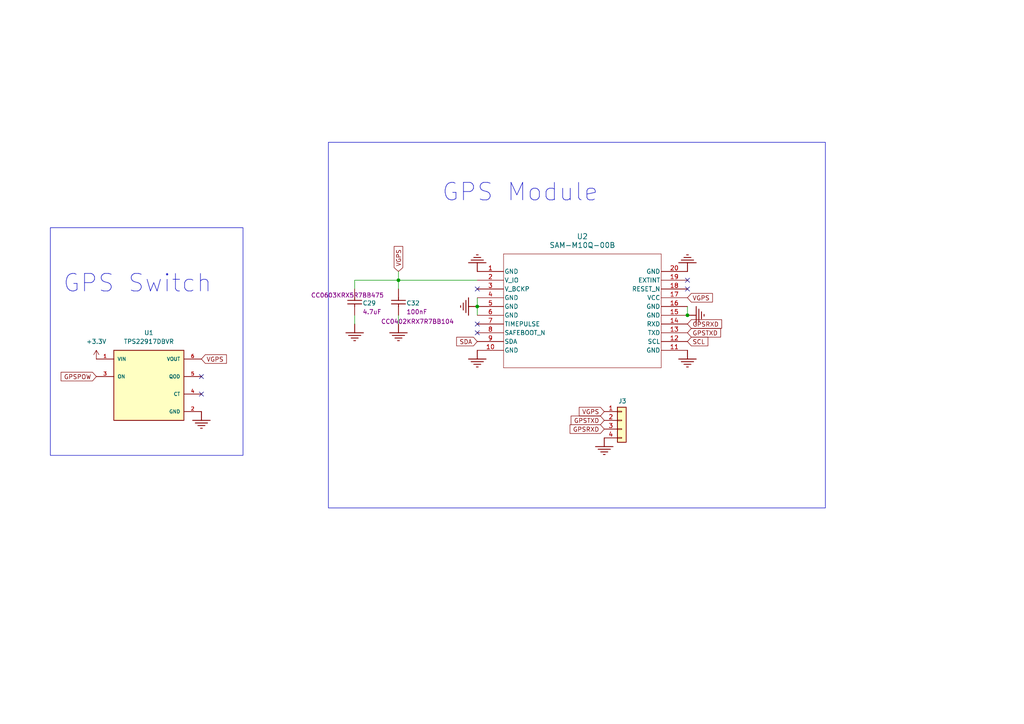
<source format=kicad_sch>
(kicad_sch (version 20231120) (generator "eeschema") (generator_version "8.0")
  (paper "A4")
  (lib_symbols
    (symbol "Connector_Generic:Conn_01x04" (pin_names (offset 1.016) hide)
      (property "Reference" "J" (at 0 5.08 0))
      (property "Value" "Conn_01x04" (at 0 -7.62 0))
      (symbol "Conn_01x04_1_1"
        (rectangle (start -1.27 -4.953) (end 0 -5.207) (stroke (width 0.1524)))
        (rectangle (start -1.27 -2.413) (end 0 -2.667) (stroke (width 0.1524)))
        (rectangle (start -1.27 0.127) (end 0 -0.127) (stroke (width 0.1524)))
        (rectangle (start -1.27 2.667) (end 0 2.413) (stroke (width 0.1524)))
        (rectangle (start -1.27 3.81) (end 1.27 -6.35) (stroke (width 0.254)) (fill (type background)))
        (pin passive line (at -5.08 2.54 0) (length 3.81) (name "Pin_1") (number "1"))
        (pin passive line (at -5.08 0 0) (length 3.81) (name "Pin_2") (number "2"))
        (pin passive line (at -5.08 -2.54 0) (length 3.81) (name "Pin_3") (number "3"))
        (pin passive line (at -5.08 -5.08 0) (length 3.81) (name "Pin_4") (number "4"))
      )
    )
    (symbol "MB1389-altium-import:GND_POWER_GROUND" (power)
      (property "Reference" "#PWR" (at 0 0 0))
      (property "Value" "GND" (at 0 6.35 0))
      (symbol "GND_POWER_GROUND_0_0"
        (polyline (pts (xy -2.54 -2.54) (xy 2.54 -2.54)) (stroke (width 0.254)))
        (polyline (pts (xy -1.778 -3.302) (xy 1.778 -3.302)) (stroke (width 0.254)))
        (polyline (pts (xy -1.016 -4.064) (xy 1.016 -4.064)) (stroke (width 0.254)))
        (polyline (pts (xy -0.254 -4.826) (xy 0.254 -4.826)) (stroke (width 0.254)))
        (polyline (pts (xy 0 0) (xy 0 -2.54)) (stroke (width 0.254)))
        (pin power_in line (at 0 0 0) (length 0) hide (name "GND") (number ""))
      )
    )
    (symbol "MB1389-altium-import:U_STM32_microcontroller_RF_1_Capacitor"
      (symbol "U_STM32_microcontroller_RF_1_Capacitor_1_0"
        (polyline (pts (xy 0.508 1.778) (xy 4.572 1.778)) (stroke (width 0.254)))
        (polyline (pts (xy 2.54 0) (xy 2.54 0.762)) (stroke (width 0.254)))
        (polyline (pts (xy 2.54 2.54) (xy 2.54 1.778)) (stroke (width 0.254)))
        (polyline (pts (xy 4.572 0.762) (xy 0.508 0.762)) (stroke (width 0.254)))
        (pin passive line (at 2.54 -2.54 90) (length 2.54) (name "1") (number "1"))
        (pin passive line (at 2.54 5.08 270) (length 2.54) (name "2") (number "2"))
      )
    )
    (symbol "MB1389-altium-import:U_STM32_microcontroller_RF_3_Capacitor"
      (symbol "U_STM32_microcontroller_RF_3_Capacitor_1_0"
        (polyline (pts (xy -4.572 -0.762) (xy -0.508 -0.762)) (stroke (width 0.254)))
        (polyline (pts (xy -2.54 -2.54) (xy -2.54 -1.778)) (stroke (width 0.254)))
        (polyline (pts (xy -2.54 0) (xy -2.54 -0.762)) (stroke (width 0.254)))
        (polyline (pts (xy -0.508 -1.778) (xy -4.572 -1.778)) (stroke (width 0.254)))
        (pin passive line (at -2.54 2.54 270) (length 2.54) (name "1") (number "1"))
        (pin passive line (at -2.54 -5.08 90) (length 2.54) (name "2") (number "2"))
      )
    )
    (symbol "SAM-M10Q_UBL:SAM-M10Q-00B" (pin_names (offset 0.254))
      (property "Reference" "U" (at 30.48 10.16 0))
      (property "Value" "SAM-M10Q-00B" (at 30.48 7.62 0))
      (symbol "SAM-M10Q-00B_0_1"
        (polyline (pts (xy 7.62 -27.94) (xy 53.34 -27.94)) (stroke (width 0.127)))
        (polyline (pts (xy 7.62 5.08) (xy 7.62 -27.94)) (stroke (width 0.127)))
        (polyline (pts (xy 53.34 -27.94) (xy 53.34 5.08)) (stroke (width 0.127)))
        (polyline (pts (xy 53.34 5.08) (xy 7.62 5.08)) (stroke (width 0.127)))
        (pin power_out line (at 0 0 0) (length 7.62) (name "GND") (number "1"))
        (pin power_out line (at 0 -22.86 0) (length 7.62) (name "GND") (number "10"))
        (pin power_out line (at 60.96 -22.86 180) (length 7.62) (name "GND") (number "11"))
        (pin input line (at 60.96 -20.32 180) (length 7.62) (name "SCL") (number "12"))
        (pin output line (at 60.96 -17.78 180) (length 7.62) (name "TXD") (number "13"))
        (pin input line (at 60.96 -15.24 180) (length 7.62) (name "RXD") (number "14"))
        (pin power_out line (at 60.96 -12.7 180) (length 7.62) (name "GND") (number "15"))
        (pin power_out line (at 60.96 -10.16 180) (length 7.62) (name "GND") (number "16"))
        (pin power_in line (at 60.96 -7.62 180) (length 7.62) (name "VCC") (number "17"))
        (pin input line (at 60.96 -5.08 180) (length 7.62) (name "RESET_N") (number "18"))
        (pin input line (at 60.96 -2.54 180) (length 7.62) (name "EXTINT") (number "19"))
        (pin power_in line (at 0 -2.54 0) (length 7.62) (name "V_IO") (number "2"))
        (pin power_out line (at 60.96 0 180) (length 7.62) (name "GND") (number "20"))
        (pin power_in line (at 0 -5.08 0) (length 7.62) (name "V_BCKP") (number "3"))
        (pin power_out line (at 0 -7.62 0) (length 7.62) (name "GND") (number "4"))
        (pin power_out line (at 0 -10.16 0) (length 7.62) (name "GND") (number "5"))
        (pin power_out line (at 0 -12.7 0) (length 7.62) (name "GND") (number "6"))
        (pin output line (at 0 -15.24 0) (length 7.62) (name "TIMEPULSE") (number "7"))
        (pin input line (at 0 -17.78 0) (length 7.62) (name "SAFEBOOT_N") (number "8"))
        (pin bidirectional line (at 0 -20.32 0) (length 7.62) (name "SDA") (number "9"))
      )
    )
    (symbol "TPS22917DBVR:TPS22917DBVR" (pin_names (offset 1.016))
      (property "Reference" "U" (at -10.16 10.922 0))
      (property "Value" "TPS22917DBVR" (at -10.16 -12.7 0))
      (symbol "TPS22917DBVR_0_0"
        (rectangle (start -10.16 -10.16) (end 10.16 10.16) (stroke (width 0.254)) (fill (type background)))
        (pin input line (at -15.24 7.62 0) (length 5.08) (name "VIN") (number "1"))
        (pin power_in line (at 15.24 -7.62 180) (length 5.08) (name "GND") (number "2"))
        (pin input line (at -15.24 2.54 0) (length 5.08) (name "ON") (number "3"))
        (pin output line (at 15.24 -2.54 180) (length 5.08) (name "CT") (number "4"))
        (pin output line (at 15.24 2.54 180) (length 5.08) (name "QOD") (number "5"))
        (pin output line (at 15.24 7.62 180) (length 5.08) (name "VOUT") (number "6"))
      )
    )
    (symbol "power:+3.3V" (power) (pin_numbers hide) (pin_names (offset 0) hide)
      (property "Value" "+3.3V" (at 0 3.556 0))
      (symbol "+3.3V_0_1"
        (polyline (pts (xy -0.762 1.27) (xy 0 2.54)))
        (polyline (pts (xy 0 0) (xy 0 2.54)))
        (polyline (pts (xy 0 2.54) (xy 0.762 1.27)))
      )
      (symbol "+3.3V_1_1"
        (pin power_in line (at 0 0 90) (length 0) (name "~") (number "1"))
      )
    )
  )
  (junction (at 115.57 81.28))
  (junction (at 138.43 88.9))
  (junction (at 199.39 91.44))
  (no_connect (at 138.43 83.82))
  (no_connect (at 138.43 93.98))
  (no_connect (at 138.43 96.52))
  (no_connect (at 199.39 81.28))
  (no_connect (at 199.39 83.82))
  (no_connect (at 58.42 114.3))
  (no_connect (at 58.42 109.22))
  (wire (pts (xy 102.87 81.28) (xy 115.57 81.28)))
  (wire (pts (xy 199.39 88.9) (xy 199.39 91.44)))
  (wire (pts (xy 115.57 81.28) (xy 138.43 81.28)))
  (wire (pts (xy 115.57 91.44) (xy 115.57 93.98)))
  (wire (pts (xy 115.57 81.28) (xy 115.57 83.82)))
  (wire (pts (xy 138.43 88.9) (xy 138.43 91.44)))
  (wire (pts (xy 115.57 78.74) (xy 115.57 81.28)))
  (wire (pts (xy 102.87 81.28) (xy 102.87 83.82)))
  (wire (pts (xy 138.43 86.36) (xy 138.43 88.9)))
  (wire (pts (xy 102.87 91.44) (xy 102.87 93.98)))
  (rectangle (start 14.605 66.04) (end 70.485 132.08))
  (rectangle (start 95.25 41.275) (end 239.395 147.32))
  (text "GPS Module" (at 150.876 55.88 0) (effects (font (size 5.08 5.08))))
  (text "GPS Switch\n" (at 39.878 82.296 0) (effects (font (size 5.08 5.08))))
  (global_label "GPSTXD" (shape input) (at 175.26 121.92 180) (property "Intersheetrefs" "${INTERSHEET_REFS}" (effects (hide yes))))
  (global_label "SDA" (shape input) (at 138.43 99.06 180) (property "Intersheetrefs" "${INTERSHEET_REFS}" (effects (hide yes))))
  (global_label "SCL" (shape input) (at 199.39 99.06 0) (property "Intersheetrefs" "${INTERSHEET_REFS}" (effects (hide yes))))
  (global_label "GPSRXD" (shape input) (at 175.26 124.46 180) (property "Intersheetrefs" "${INTERSHEET_REFS}" (effects (hide yes))))
  (global_label "VGPS" (shape input) (at 175.26 119.38 180) (property "Intersheetrefs" "${INTERSHEET_REFS}" (effects (hide yes))))
  (global_label "VGPS" (shape input) (at 115.57 78.74 90) (property "Intersheetrefs" "${INTERSHEET_REFS}" (effects (hide yes))))
  (global_label "VGPS" (shape input) (at 58.42 104.14 0) (property "Intersheetrefs" "${INTERSHEET_REFS}" (effects (hide yes))))
  (global_label "GPSPOW" (shape input) (at 27.94 109.22 180) (property "Intersheetrefs" "${INTERSHEET_REFS}" (effects (hide yes))))
  (global_label "VGPS" (shape input) (at 199.39 86.36 0) (property "Intersheetrefs" "${INTERSHEET_REFS}" (effects (hide yes))))
  (global_label "GPSRXD" (shape input) (at 199.39 93.98 0) (property "Intersheetrefs" "${INTERSHEET_REFS}" (effects (hide yes))))
  (global_label "GPSTXD" (shape input) (at 199.39 96.52 0) (property "Intersheetrefs" "${INTERSHEET_REFS}" (effects (hide yes))))
  (symbol (lib_id "MB1389-altium-import:GND_POWER_GROUND") (at 138.43 88.9 270) (unit 1)
    (property "Reference" "#PWR039" (effects (hide yes)))
    (property "Value" "GND" (effects (hide yes)))
  )
  (symbol (lib_id "power:+3.3V") (at 27.94 104.14 0) (unit 1)
    (property "Reference" "#PWR04" (effects (hide yes)))
    (property "Value" "+3.3V" (at 27.94 99.06 0))
    (property "Description" "Power symbol creates a global label with name \"+3.3V\"" (effects (hide yes)))
  )
  (symbol (lib_id "MB1389-altium-import:GND_POWER_GROUND") (at 138.43 78.74 180) (unit 1)
    (property "Reference" "#PWR038" (effects (hide yes)))
    (property "Value" "GND" (effects (hide yes)))
  )
  (symbol (lib_id "MB1389-altium-import:GND_POWER_GROUND") (at 199.39 101.6 0) (unit 1)
    (property "Reference" "#PWR036" (effects (hide yes)))
    (property "Value" "GND" (effects (hide yes)))
  )
  (symbol (lib_id "MB1389-altium-import:U_STM32_microcontroller_RF_3_Capacitor") (at 118.11 86.36 0) (unit 1)
    (property "Reference" "C32" (at 117.856 88.646 0) (effects (justify left bottom)))
    (property "Footprint" "parts:C0402" (effects (hide yes)))
    (property "Description" "Capacitor, MLCC, 100nF, 16V, X7R, 10%, 0402, T=0,5mm" (effects (hide yes)))
    (property "INTERNAL_PART_NUMBER" "MCD-00102" (effects (hide yes)))
    (property "ALTIUM_VALUE" "100nF" (at 117.856 91.186 0) (effects (justify left bottom)))
    (property "STATUS" "Released" (effects (hide yes)))
    (property "MANUFACTURER_PART_NUMBER" "CC0402KRX7R7BB104" (at 110.49 93.98 0) (effects (justify left bottom)))
    (property "MANUFACTURER" "YAGEO" (effects (hide yes)))
    (property "PACKAGE" "C0402" (effects (hide yes)))
    (property "COMPONENTLINK1DESCRIPTION" "Datasheet" (effects (hide yes)))
    (property "PROVIDED_BY" "SUBCO" (effects (hide yes)))
    (property "PART_TYPE" "Capacitor" (effects (hide yes)))
    (property "COMPONENTLINK1URL" "http://tunmcdsvn.tun.st.com/Component_Datasheet_Library/Trunk/Capacitors/Yageo_Multilayer_Capacitor_X7R_series_100pF_to_22uF" (effects (hide yes)))
    (property "ALTERNATE_MANUFACTURER_PART_NUMBER" "GCM155R71C104KA55D" (effects (hide yes)))
    (property "ALTERNATE_MANUFACTURER" "MURATA" (effects (hide yes)))
    (property "ECCN_US" "EAR99" (effects (hide yes)))
    (property "ECCN_EU" "NEC" (effects (hide yes)))
  )
  (symbol (lib_id "MB1389-altium-import:U_STM32_microcontroller_RF_1_Capacitor") (at 100.33 88.9 0) (unit 1)
    (property "Reference" "C29" (at 105.156 88.646 0) (effects (justify left bottom)))
    (property "Footprint" "parts:C0603" (effects (hide yes)))
    (property "Description" "Capacitor, MLCC, 4.7uF, 16V, X5R, 10%, 0603, T=0.8mm" (effects (hide yes)))
    (property "INTERNAL_PART_NUMBER" "MCD-00009" (effects (hide yes)))
    (property "ALTIUM_VALUE" "4.7uF" (at 105.156 91.186 0) (effects (justify left bottom)))
    (property "MANUFACTURER_PART_NUMBER" "CC0603KRX5R7BB475" (at 90.17 86.36 0) (effects (justify left bottom)))
    (property "MANUFACTURER" "YAGEO" (effects (hide yes)))
    (property "COMPONENTLINK1DESCRIPTION" "Datasheet" (effects (hide yes)))
    (property "PROVIDED_BY" "SUBCO" (effects (hide yes)))
    (property "STATUS" "Released" (effects (hide yes)))
    (property "PART_TYPE" "Capacitor" (effects (hide yes)))
    (property "PACKAGE" "C0603" (effects (hide yes)))
    (property "COMPONENTLINK1URL" "http://tunmcdsvn.tun.st.com/Component_Datasheet_Library/Trunk/Capacitors/Yageo_Multilayer_capacitor_X5R_series_100pF_to_100uF" (effects (hide yes)))
    (property "ECCN_US" "EAR99" (effects (hide yes)))
    (property "ECCN_EU" "NEC" (effects (hide yes)))
  )
  (symbol (lib_id "MB1389-altium-import:GND_POWER_GROUND") (at 138.43 101.6 0) (unit 1)
    (property "Reference" "#PWR029" (effects (hide yes)))
    (property "Value" "GND" (effects (hide yes)))
  )
  (symbol (lib_id "MB1389-altium-import:GND_POWER_GROUND") (at 199.39 91.44 90) (unit 1)
    (property "Reference" "#PWR040" (effects (hide yes)))
    (property "Value" "GND" (effects (hide yes)))
  )
  (symbol (lib_id "SAM-M10Q_UBL:SAM-M10Q-00B") (at 138.43 78.74 0) (unit 1)
    (property "Reference" "U2" (at 168.91 68.58 0) (effects (font (size 1.524 1.524))))
    (property "Value" "SAM-M10Q-00B" (at 168.91 71.12 0) (effects (font (size 1.524 1.524))))
    (property "Footprint" "SAM-M10Q_UBL" (effects (hide yes)))
    (property "Datasheet" "SAM-M10Q-00B" (effects (hide yes)))
  )
  (symbol (lib_id "MB1389-altium-import:GND_POWER_GROUND") (at 102.87 93.98 0) (unit 1)
    (property "Reference" "#PWR044" (effects (hide yes)))
    (property "Value" "GND" (effects (hide yes)))
  )
  (symbol (lib_id "MB1389-altium-import:GND_POWER_GROUND") (at 58.42 119.38 0) (unit 1)
    (property "Reference" "#PWR028" (effects (hide yes)))
    (property "Value" "GND" (effects (hide yes)))
  )
  (symbol (lib_id "MB1389-altium-import:GND_POWER_GROUND") (at 199.39 78.74 180) (unit 1)
    (property "Reference" "#PWR037" (effects (hide yes)))
    (property "Value" "GND" (effects (hide yes)))
  )
  (symbol (lib_id "MB1389-altium-import:GND_POWER_GROUND") (at 175.26 127 0) (unit 1)
    (property "Reference" "#PWR042" (effects (hide yes)))
    (property "Value" "GND" (effects (hide yes)))
  )
  (symbol (lib_id "Connector_Generic:Conn_01x04") (at 180.34 121.92 0) (unit 1)
    (property "Reference" "J3" (at 179.324 116.332 0) (effects (justify left)))
    (property "Value" "Conn_01x04" (effects (hide yes)))
    (property "Footprint" "Connector_PinHeader_2.54mm:PinHeader_1x04_P2.54mm_Vertical" (effects (hide yes)))
    (property "Description" "Generic connector, single row, 01x04, script generated (kicad-library-utils/schlib/autogen/connector/)" (effects (hide yes)))
  )
  (symbol (lib_id "MB1389-altium-import:GND_POWER_GROUND") (at 115.57 93.98 0) (unit 1)
    (property "Reference" "#PWR045" (effects (hide yes)))
    (property "Value" "GND" (effects (hide yes)))
  )
  (symbol (lib_id "TPS22917DBVR:TPS22917DBVR") (at 43.18 111.76 0) (unit 1)
    (property "Reference" "U1" (at 43.18 96.52 0))
    (property "Value" "TPS22917DBVR" (at 43.18 99.06 0))
    (property "Footprint" "parts:SOT95P280X145-6N" (effects (hide yes)))
    (property "PARTREV" "B" (effects (hide yes)))
    (property "STANDARD" "IPC 7351B" (effects (hide yes)))
    (property "MAXIMUM_PACKAGE_HEIGHT" "1.45mm" (effects (hide yes)))
    (property "MANUFACTURER" "Texas Instruments" (effects (hide yes)))
  )
)
</source>
